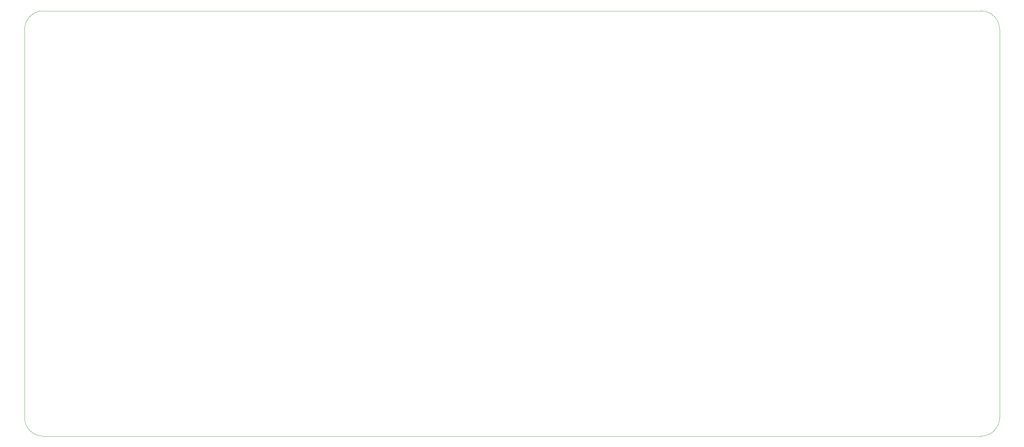
<source format=gbr>
%TF.GenerationSoftware,KiCad,Pcbnew,7.0.8+dfsg-1*%
%TF.CreationDate,2023-11-03T17:26:11+01:00*%
%TF.ProjectId,plopplop-rounded,706c6f70-706c-46f7-902d-726f756e6465,rev?*%
%TF.SameCoordinates,PXfbec30PY8198450*%
%TF.FileFunction,Profile,NP*%
%FSLAX46Y46*%
G04 Gerber Fmt 4.6, Leading zero omitted, Abs format (unit mm)*
G04 Created by KiCad (PCBNEW 7.0.8+dfsg-1) date 2023-11-03 17:26:11*
%MOMM*%
%LPD*%
G01*
G04 APERTURE LIST*
%TA.AperFunction,Profile*%
%ADD10C,0.100000*%
%TD*%
G04 APERTURE END LIST*
D10*
X262096250Y109458750D02*
G75*
G03*
X257096250Y114458750I-4999950J50D01*
G01*
X5158750Y114458750D02*
G75*
G03*
X158750Y109458750I0J-5000000D01*
G01*
X5158750Y114458750D02*
X257096250Y114458750D01*
X257096250Y158750D02*
G75*
G03*
X262096250Y5158750I50J4999950D01*
G01*
X262096250Y109458750D02*
X262096250Y5158750D01*
X158750Y5158750D02*
G75*
G03*
X5158750Y158750I5000000J0D01*
G01*
X158750Y5158750D02*
X158750Y109458750D01*
X257096250Y158750D02*
X5158750Y158750D01*
M02*

</source>
